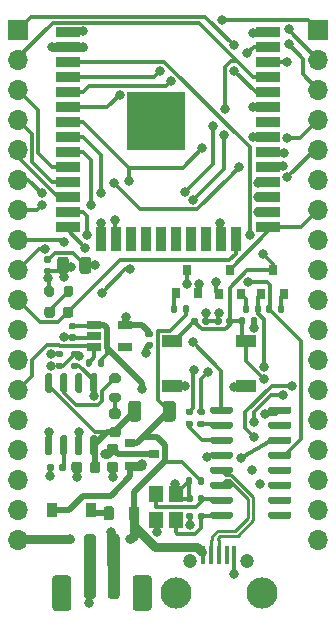
<source format=gbr>
%TF.GenerationSoftware,KiCad,Pcbnew,(5.1.7-0-10_14)*%
%TF.CreationDate,2020-11-01T22:18:58+09:00*%
%TF.ProjectId,esp32-dev,65737033-322d-4646-9576-2e6b69636164,rev?*%
%TF.SameCoordinates,Original*%
%TF.FileFunction,Copper,L1,Top*%
%TF.FilePolarity,Positive*%
%FSLAX46Y46*%
G04 Gerber Fmt 4.6, Leading zero omitted, Abs format (unit mm)*
G04 Created by KiCad (PCBNEW (5.1.7-0-10_14)) date 2020-11-01 22:18:58*
%MOMM*%
%LPD*%
G01*
G04 APERTURE LIST*
%TA.AperFunction,SMDPad,CuDef*%
%ADD10R,0.900000X1.200000*%
%TD*%
%TA.AperFunction,ComponentPad*%
%ADD11C,1.200000*%
%TD*%
%TA.AperFunction,ComponentPad*%
%ADD12C,2.640000*%
%TD*%
%TA.AperFunction,SMDPad,CuDef*%
%ADD13R,0.400000X1.600000*%
%TD*%
%TA.AperFunction,SMDPad,CuDef*%
%ADD14R,0.900000X0.800000*%
%TD*%
%TA.AperFunction,SMDPad,CuDef*%
%ADD15R,0.800000X0.900000*%
%TD*%
%TA.AperFunction,SMDPad,CuDef*%
%ADD16R,1.700000X1.000000*%
%TD*%
%TA.AperFunction,SMDPad,CuDef*%
%ADD17R,5.000000X5.000000*%
%TD*%
%TA.AperFunction,SMDPad,CuDef*%
%ADD18R,2.000000X0.900000*%
%TD*%
%TA.AperFunction,SMDPad,CuDef*%
%ADD19R,0.900000X2.000000*%
%TD*%
%TA.AperFunction,SMDPad,CuDef*%
%ADD20R,1.220000X0.650000*%
%TD*%
%TA.AperFunction,SMDPad,CuDef*%
%ADD21R,1.200000X1.400000*%
%TD*%
%TA.AperFunction,ComponentPad*%
%ADD22O,1.700000X1.700000*%
%TD*%
%TA.AperFunction,ComponentPad*%
%ADD23R,1.700000X1.700000*%
%TD*%
%TA.AperFunction,ViaPad*%
%ADD24C,0.800000*%
%TD*%
%TA.AperFunction,Conductor*%
%ADD25C,0.500000*%
%TD*%
%TA.AperFunction,Conductor*%
%ADD26C,0.300000*%
%TD*%
%TA.AperFunction,Conductor*%
%ADD27C,0.750000*%
%TD*%
%TA.AperFunction,Conductor*%
%ADD28C,0.261112*%
%TD*%
G04 APERTURE END LIST*
%TO.P,C1,2*%
%TO.N,GND*%
%TA.AperFunction,SMDPad,CuDef*%
G36*
G01*
X126425000Y-105850000D02*
X126425000Y-106350000D01*
G75*
G02*
X126200000Y-106575000I-225000J0D01*
G01*
X125750000Y-106575000D01*
G75*
G02*
X125525000Y-106350000I0J225000D01*
G01*
X125525000Y-105850000D01*
G75*
G02*
X125750000Y-105625000I225000J0D01*
G01*
X126200000Y-105625000D01*
G75*
G02*
X126425000Y-105850000I0J-225000D01*
G01*
G37*
%TD.AperFunction*%
%TO.P,C1,1*%
%TO.N,Net-(C1-Pad1)*%
%TA.AperFunction,SMDPad,CuDef*%
G36*
G01*
X127975000Y-105850000D02*
X127975000Y-106350000D01*
G75*
G02*
X127750000Y-106575000I-225000J0D01*
G01*
X127300000Y-106575000D01*
G75*
G02*
X127075000Y-106350000I0J225000D01*
G01*
X127075000Y-105850000D01*
G75*
G02*
X127300000Y-105625000I225000J0D01*
G01*
X127750000Y-105625000D01*
G75*
G02*
X127975000Y-105850000I0J-225000D01*
G01*
G37*
%TD.AperFunction*%
%TD*%
%TO.P,C2,1*%
%TO.N,Net-(C2-Pad1)*%
%TA.AperFunction,SMDPad,CuDef*%
G36*
G01*
X125430000Y-93870000D02*
X125770000Y-93870000D01*
G75*
G02*
X125910000Y-94010000I0J-140000D01*
G01*
X125910000Y-94290000D01*
G75*
G02*
X125770000Y-94430000I-140000J0D01*
G01*
X125430000Y-94430000D01*
G75*
G02*
X125290000Y-94290000I0J140000D01*
G01*
X125290000Y-94010000D01*
G75*
G02*
X125430000Y-93870000I140000J0D01*
G01*
G37*
%TD.AperFunction*%
%TO.P,C2,2*%
%TO.N,GND*%
%TA.AperFunction,SMDPad,CuDef*%
G36*
G01*
X125430000Y-94830000D02*
X125770000Y-94830000D01*
G75*
G02*
X125910000Y-94970000I0J-140000D01*
G01*
X125910000Y-95250000D01*
G75*
G02*
X125770000Y-95390000I-140000J0D01*
G01*
X125430000Y-95390000D01*
G75*
G02*
X125290000Y-95250000I0J140000D01*
G01*
X125290000Y-94970000D01*
G75*
G02*
X125430000Y-94830000I140000J0D01*
G01*
G37*
%TD.AperFunction*%
%TD*%
%TO.P,C3,2*%
%TO.N,GND*%
%TA.AperFunction,SMDPad,CuDef*%
G36*
G01*
X123330000Y-89200000D02*
X123670000Y-89200000D01*
G75*
G02*
X123810000Y-89340000I0J-140000D01*
G01*
X123810000Y-89620000D01*
G75*
G02*
X123670000Y-89760000I-140000J0D01*
G01*
X123330000Y-89760000D01*
G75*
G02*
X123190000Y-89620000I0J140000D01*
G01*
X123190000Y-89340000D01*
G75*
G02*
X123330000Y-89200000I140000J0D01*
G01*
G37*
%TD.AperFunction*%
%TO.P,C3,1*%
%TO.N,VDD*%
%TA.AperFunction,SMDPad,CuDef*%
G36*
G01*
X123330000Y-88240000D02*
X123670000Y-88240000D01*
G75*
G02*
X123810000Y-88380000I0J-140000D01*
G01*
X123810000Y-88660000D01*
G75*
G02*
X123670000Y-88800000I-140000J0D01*
G01*
X123330000Y-88800000D01*
G75*
G02*
X123190000Y-88660000I0J140000D01*
G01*
X123190000Y-88380000D01*
G75*
G02*
X123330000Y-88240000I140000J0D01*
G01*
G37*
%TD.AperFunction*%
%TD*%
%TO.P,C4,1*%
%TO.N,VDD*%
%TA.AperFunction,SMDPad,CuDef*%
G36*
G01*
X127200000Y-88525000D02*
X127200000Y-89475000D01*
G75*
G02*
X126950000Y-89725000I-250000J0D01*
G01*
X126450000Y-89725000D01*
G75*
G02*
X126200000Y-89475000I0J250000D01*
G01*
X126200000Y-88525000D01*
G75*
G02*
X126450000Y-88275000I250000J0D01*
G01*
X126950000Y-88275000D01*
G75*
G02*
X127200000Y-88525000I0J-250000D01*
G01*
G37*
%TD.AperFunction*%
%TO.P,C4,2*%
%TO.N,GND*%
%TA.AperFunction,SMDPad,CuDef*%
G36*
G01*
X125300000Y-88525000D02*
X125300000Y-89475000D01*
G75*
G02*
X125050000Y-89725000I-250000J0D01*
G01*
X124550000Y-89725000D01*
G75*
G02*
X124300000Y-89475000I0J250000D01*
G01*
X124300000Y-88525000D01*
G75*
G02*
X124550000Y-88275000I250000J0D01*
G01*
X125050000Y-88275000D01*
G75*
G02*
X125300000Y-88525000I0J-250000D01*
G01*
G37*
%TD.AperFunction*%
%TD*%
%TO.P,C5,1*%
%TO.N,+BATT*%
%TA.AperFunction,SMDPad,CuDef*%
G36*
G01*
X128750000Y-104100000D02*
X129250000Y-104100000D01*
G75*
G02*
X129475000Y-104325000I0J-225000D01*
G01*
X129475000Y-104775000D01*
G75*
G02*
X129250000Y-105000000I-225000J0D01*
G01*
X128750000Y-105000000D01*
G75*
G02*
X128525000Y-104775000I0J225000D01*
G01*
X128525000Y-104325000D01*
G75*
G02*
X128750000Y-104100000I225000J0D01*
G01*
G37*
%TD.AperFunction*%
%TO.P,C5,2*%
%TO.N,GND*%
%TA.AperFunction,SMDPad,CuDef*%
G36*
G01*
X128750000Y-105650000D02*
X129250000Y-105650000D01*
G75*
G02*
X129475000Y-105875000I0J-225000D01*
G01*
X129475000Y-106325000D01*
G75*
G02*
X129250000Y-106550000I-225000J0D01*
G01*
X128750000Y-106550000D01*
G75*
G02*
X128525000Y-106325000I0J225000D01*
G01*
X128525000Y-105875000D01*
G75*
G02*
X128750000Y-105650000I225000J0D01*
G01*
G37*
%TD.AperFunction*%
%TD*%
%TO.P,C6,1*%
%TO.N,VDD*%
%TA.AperFunction,SMDPad,CuDef*%
G36*
G01*
X131930000Y-94540000D02*
X132270000Y-94540000D01*
G75*
G02*
X132410000Y-94680000I0J-140000D01*
G01*
X132410000Y-94960000D01*
G75*
G02*
X132270000Y-95100000I-140000J0D01*
G01*
X131930000Y-95100000D01*
G75*
G02*
X131790000Y-94960000I0J140000D01*
G01*
X131790000Y-94680000D01*
G75*
G02*
X131930000Y-94540000I140000J0D01*
G01*
G37*
%TD.AperFunction*%
%TO.P,C6,2*%
%TO.N,GND*%
%TA.AperFunction,SMDPad,CuDef*%
G36*
G01*
X131930000Y-95500000D02*
X132270000Y-95500000D01*
G75*
G02*
X132410000Y-95640000I0J-140000D01*
G01*
X132410000Y-95920000D01*
G75*
G02*
X132270000Y-96060000I-140000J0D01*
G01*
X131930000Y-96060000D01*
G75*
G02*
X131790000Y-95920000I0J140000D01*
G01*
X131790000Y-95640000D01*
G75*
G02*
X131930000Y-95500000I140000J0D01*
G01*
G37*
%TD.AperFunction*%
%TD*%
%TO.P,C7,2*%
%TO.N,GND*%
%TA.AperFunction,SMDPad,CuDef*%
G36*
G01*
X138230000Y-93556000D02*
X138230000Y-93896000D01*
G75*
G02*
X138090000Y-94036000I-140000J0D01*
G01*
X137810000Y-94036000D01*
G75*
G02*
X137670000Y-93896000I0J140000D01*
G01*
X137670000Y-93556000D01*
G75*
G02*
X137810000Y-93416000I140000J0D01*
G01*
X138090000Y-93416000D01*
G75*
G02*
X138230000Y-93556000I0J-140000D01*
G01*
G37*
%TD.AperFunction*%
%TO.P,C7,1*%
%TO.N,RESET*%
%TA.AperFunction,SMDPad,CuDef*%
G36*
G01*
X139190000Y-93556000D02*
X139190000Y-93896000D01*
G75*
G02*
X139050000Y-94036000I-140000J0D01*
G01*
X138770000Y-94036000D01*
G75*
G02*
X138630000Y-93896000I0J140000D01*
G01*
X138630000Y-93556000D01*
G75*
G02*
X138770000Y-93416000I140000J0D01*
G01*
X139050000Y-93416000D01*
G75*
G02*
X139190000Y-93556000I0J-140000D01*
G01*
G37*
%TD.AperFunction*%
%TD*%
%TO.P,C8,1*%
%TO.N,GND*%
%TA.AperFunction,SMDPad,CuDef*%
G36*
G01*
X137158000Y-93556000D02*
X137158000Y-93896000D01*
G75*
G02*
X137018000Y-94036000I-140000J0D01*
G01*
X136738000Y-94036000D01*
G75*
G02*
X136598000Y-93896000I0J140000D01*
G01*
X136598000Y-93556000D01*
G75*
G02*
X136738000Y-93416000I140000J0D01*
G01*
X137018000Y-93416000D01*
G75*
G02*
X137158000Y-93556000I0J-140000D01*
G01*
G37*
%TD.AperFunction*%
%TO.P,C8,2*%
%TO.N,RESET*%
%TA.AperFunction,SMDPad,CuDef*%
G36*
G01*
X136198000Y-93556000D02*
X136198000Y-93896000D01*
G75*
G02*
X136058000Y-94036000I-140000J0D01*
G01*
X135778000Y-94036000D01*
G75*
G02*
X135638000Y-93896000I0J140000D01*
G01*
X135638000Y-93556000D01*
G75*
G02*
X135778000Y-93416000I140000J0D01*
G01*
X136058000Y-93416000D01*
G75*
G02*
X136198000Y-93556000I0J-140000D01*
G01*
G37*
%TD.AperFunction*%
%TD*%
%TO.P,C9,1*%
%TO.N,Net-(C9-Pad1)*%
%TA.AperFunction,SMDPad,CuDef*%
G36*
G01*
X136780000Y-108580000D02*
X136780000Y-108920000D01*
G75*
G02*
X136640000Y-109060000I-140000J0D01*
G01*
X136360000Y-109060000D01*
G75*
G02*
X136220000Y-108920000I0J140000D01*
G01*
X136220000Y-108580000D01*
G75*
G02*
X136360000Y-108440000I140000J0D01*
G01*
X136640000Y-108440000D01*
G75*
G02*
X136780000Y-108580000I0J-140000D01*
G01*
G37*
%TD.AperFunction*%
%TO.P,C9,2*%
%TO.N,GND*%
%TA.AperFunction,SMDPad,CuDef*%
G36*
G01*
X135820000Y-108580000D02*
X135820000Y-108920000D01*
G75*
G02*
X135680000Y-109060000I-140000J0D01*
G01*
X135400000Y-109060000D01*
G75*
G02*
X135260000Y-108920000I0J140000D01*
G01*
X135260000Y-108580000D01*
G75*
G02*
X135400000Y-108440000I140000J0D01*
G01*
X135680000Y-108440000D01*
G75*
G02*
X135820000Y-108580000I0J-140000D01*
G01*
G37*
%TD.AperFunction*%
%TD*%
%TO.P,C10,2*%
%TO.N,GND*%
%TA.AperFunction,SMDPad,CuDef*%
G36*
G01*
X135820000Y-110080000D02*
X135820000Y-110420000D01*
G75*
G02*
X135680000Y-110560000I-140000J0D01*
G01*
X135400000Y-110560000D01*
G75*
G02*
X135260000Y-110420000I0J140000D01*
G01*
X135260000Y-110080000D01*
G75*
G02*
X135400000Y-109940000I140000J0D01*
G01*
X135680000Y-109940000D01*
G75*
G02*
X135820000Y-110080000I0J-140000D01*
G01*
G37*
%TD.AperFunction*%
%TO.P,C10,1*%
%TO.N,Net-(C10-Pad1)*%
%TA.AperFunction,SMDPad,CuDef*%
G36*
G01*
X136780000Y-110080000D02*
X136780000Y-110420000D01*
G75*
G02*
X136640000Y-110560000I-140000J0D01*
G01*
X136360000Y-110560000D01*
G75*
G02*
X136220000Y-110420000I0J140000D01*
G01*
X136220000Y-110080000D01*
G75*
G02*
X136360000Y-109940000I140000J0D01*
G01*
X136640000Y-109940000D01*
G75*
G02*
X136780000Y-110080000I0J-140000D01*
G01*
G37*
%TD.AperFunction*%
%TD*%
D10*
%TO.P,D1,1*%
%TO.N,Net-(C2-Pad1)*%
X123850000Y-109750000D03*
%TO.P,D1,2*%
%TO.N,Net-(D1-Pad2)*%
X127150000Y-109750000D03*
%TD*%
%TO.P,D2,2*%
%TO.N,Net-(C1-Pad1)*%
%TA.AperFunction,SMDPad,CuDef*%
G36*
G01*
X128943750Y-102687500D02*
X129456250Y-102687500D01*
G75*
G02*
X129675000Y-102906250I0J-218750D01*
G01*
X129675000Y-103343750D01*
G75*
G02*
X129456250Y-103562500I-218750J0D01*
G01*
X128943750Y-103562500D01*
G75*
G02*
X128725000Y-103343750I0J218750D01*
G01*
X128725000Y-102906250D01*
G75*
G02*
X128943750Y-102687500I218750J0D01*
G01*
G37*
%TD.AperFunction*%
%TO.P,D2,1*%
%TO.N,Net-(D2-Pad1)*%
%TA.AperFunction,SMDPad,CuDef*%
G36*
G01*
X128943750Y-101112500D02*
X129456250Y-101112500D01*
G75*
G02*
X129675000Y-101331250I0J-218750D01*
G01*
X129675000Y-101768750D01*
G75*
G02*
X129456250Y-101987500I-218750J0D01*
G01*
X128943750Y-101987500D01*
G75*
G02*
X128725000Y-101768750I0J218750D01*
G01*
X128725000Y-101331250D01*
G75*
G02*
X128943750Y-101112500I218750J0D01*
G01*
G37*
%TD.AperFunction*%
%TD*%
%TO.P,D3,2*%
%TO.N,IO2*%
%TA.AperFunction,SMDPad,CuDef*%
G36*
G01*
X124810000Y-93220250D02*
X124810000Y-92707750D01*
G75*
G02*
X125028750Y-92489000I218750J0D01*
G01*
X125466250Y-92489000D01*
G75*
G02*
X125685000Y-92707750I0J-218750D01*
G01*
X125685000Y-93220250D01*
G75*
G02*
X125466250Y-93439000I-218750J0D01*
G01*
X125028750Y-93439000D01*
G75*
G02*
X124810000Y-93220250I0J218750D01*
G01*
G37*
%TD.AperFunction*%
%TO.P,D3,1*%
%TO.N,Net-(D3-Pad1)*%
%TA.AperFunction,SMDPad,CuDef*%
G36*
G01*
X123235000Y-93220250D02*
X123235000Y-92707750D01*
G75*
G02*
X123453750Y-92489000I218750J0D01*
G01*
X123891250Y-92489000D01*
G75*
G02*
X124110000Y-92707750I0J-218750D01*
G01*
X124110000Y-93220250D01*
G75*
G02*
X123891250Y-93439000I-218750J0D01*
G01*
X123453750Y-93439000D01*
G75*
G02*
X123235000Y-93220250I0J218750D01*
G01*
G37*
%TD.AperFunction*%
%TD*%
%TO.P,FB1,1*%
%TO.N,Net-(D1-Pad2)*%
%TA.AperFunction,SMDPad,CuDef*%
G36*
G01*
X128250000Y-110381250D02*
X128250000Y-109618750D01*
G75*
G02*
X128468750Y-109400000I218750J0D01*
G01*
X128906250Y-109400000D01*
G75*
G02*
X129125000Y-109618750I0J-218750D01*
G01*
X129125000Y-110381250D01*
G75*
G02*
X128906250Y-110600000I-218750J0D01*
G01*
X128468750Y-110600000D01*
G75*
G02*
X128250000Y-110381250I0J218750D01*
G01*
G37*
%TD.AperFunction*%
%TO.P,FB1,2*%
%TO.N,VBUS*%
%TA.AperFunction,SMDPad,CuDef*%
G36*
G01*
X130375000Y-110381250D02*
X130375000Y-109618750D01*
G75*
G02*
X130593750Y-109400000I218750J0D01*
G01*
X131031250Y-109400000D01*
G75*
G02*
X131250000Y-109618750I0J-218750D01*
G01*
X131250000Y-110381250D01*
G75*
G02*
X131031250Y-110600000I-218750J0D01*
G01*
X130593750Y-110600000D01*
G75*
G02*
X130375000Y-110381250I0J218750D01*
G01*
G37*
%TD.AperFunction*%
%TD*%
%TO.P,J1,MP*%
%TO.N,N/C*%
%TA.AperFunction,SMDPad,CuDef*%
G36*
G01*
X125500000Y-115500000D02*
X125500000Y-118000000D01*
G75*
G02*
X125250000Y-118250000I-250000J0D01*
G01*
X124150000Y-118250000D01*
G75*
G02*
X123900000Y-118000000I0J250000D01*
G01*
X123900000Y-115500000D01*
G75*
G02*
X124150000Y-115250000I250000J0D01*
G01*
X125250000Y-115250000D01*
G75*
G02*
X125500000Y-115500000I0J-250000D01*
G01*
G37*
%TD.AperFunction*%
%TA.AperFunction,SMDPad,CuDef*%
G36*
G01*
X132300000Y-115500000D02*
X132300000Y-118000000D01*
G75*
G02*
X132050000Y-118250000I-250000J0D01*
G01*
X130950000Y-118250000D01*
G75*
G02*
X130700000Y-118000000I0J250000D01*
G01*
X130700000Y-115500000D01*
G75*
G02*
X130950000Y-115250000I250000J0D01*
G01*
X132050000Y-115250000D01*
G75*
G02*
X132300000Y-115500000I0J-250000D01*
G01*
G37*
%TD.AperFunction*%
%TO.P,J1,2*%
%TO.N,GND*%
%TA.AperFunction,SMDPad,CuDef*%
G36*
G01*
X127600000Y-112000000D02*
X127600000Y-117000000D01*
G75*
G02*
X127350000Y-117250000I-250000J0D01*
G01*
X126850000Y-117250000D01*
G75*
G02*
X126600000Y-117000000I0J250000D01*
G01*
X126600000Y-112000000D01*
G75*
G02*
X126850000Y-111750000I250000J0D01*
G01*
X127350000Y-111750000D01*
G75*
G02*
X127600000Y-112000000I0J-250000D01*
G01*
G37*
%TD.AperFunction*%
%TO.P,J1,1*%
%TO.N,+BATT*%
%TA.AperFunction,SMDPad,CuDef*%
G36*
G01*
X129600000Y-112000000D02*
X129600000Y-117000000D01*
G75*
G02*
X129350000Y-117250000I-250000J0D01*
G01*
X128850000Y-117250000D01*
G75*
G02*
X128600000Y-117000000I0J250000D01*
G01*
X128600000Y-112000000D01*
G75*
G02*
X128850000Y-111750000I250000J0D01*
G01*
X129350000Y-111750000D01*
G75*
G02*
X129600000Y-112000000I0J-250000D01*
G01*
G37*
%TD.AperFunction*%
%TD*%
D11*
%TO.P,J2,MH4*%
%TO.N,N/C*%
X135575000Y-114020000D03*
%TO.P,J2,MH3*%
X140425000Y-114020000D03*
D12*
%TO.P,J2,MH2*%
X134375000Y-116700000D03*
%TO.P,J2,MH1*%
X141625000Y-116700000D03*
D13*
%TO.P,J2,5*%
%TO.N,GND*%
X139300000Y-113500000D03*
%TO.P,J2,4*%
%TO.N,Net-(J2-Pad4)*%
X138650000Y-113500000D03*
%TO.P,J2,3*%
%TO.N,UD+*%
X138000000Y-113500000D03*
%TO.P,J2,2*%
%TO.N,UD-*%
X137350000Y-113500000D03*
%TO.P,J2,1*%
%TO.N,VBUS*%
X136700000Y-113500000D03*
%TD*%
D14*
%TO.P,Q1,1*%
%TO.N,VBUS*%
X130500000Y-104050000D03*
%TO.P,Q1,2*%
%TO.N,Net-(C2-Pad1)*%
X130500000Y-105950000D03*
%TO.P,Q1,3*%
%TO.N,+BATT*%
X132500000Y-105000000D03*
%TD*%
D15*
%TO.P,Q4,3*%
%TO.N,CH340GND*%
X135300000Y-89375000D03*
%TO.P,Q4,2*%
%TO.N,GND*%
X136250000Y-91375000D03*
%TO.P,Q4,1*%
%TO.N,Net-(Q4-Pad1)*%
X134350000Y-91375000D03*
%TD*%
%TO.P,R1,2*%
%TO.N,GND*%
%TA.AperFunction,SMDPad,CuDef*%
G36*
G01*
X135760000Y-107065000D02*
X135760000Y-107435000D01*
G75*
G02*
X135625000Y-107570000I-135000J0D01*
G01*
X135355000Y-107570000D01*
G75*
G02*
X135220000Y-107435000I0J135000D01*
G01*
X135220000Y-107065000D01*
G75*
G02*
X135355000Y-106930000I135000J0D01*
G01*
X135625000Y-106930000D01*
G75*
G02*
X135760000Y-107065000I0J-135000D01*
G01*
G37*
%TD.AperFunction*%
%TO.P,R1,1*%
%TO.N,VBUS*%
%TA.AperFunction,SMDPad,CuDef*%
G36*
G01*
X136780000Y-107065000D02*
X136780000Y-107435000D01*
G75*
G02*
X136645000Y-107570000I-135000J0D01*
G01*
X136375000Y-107570000D01*
G75*
G02*
X136240000Y-107435000I0J135000D01*
G01*
X136240000Y-107065000D01*
G75*
G02*
X136375000Y-106930000I135000J0D01*
G01*
X136645000Y-106930000D01*
G75*
G02*
X136780000Y-107065000I0J-135000D01*
G01*
G37*
%TD.AperFunction*%
%TD*%
%TO.P,R2,2*%
%TO.N,VBUS*%
%TA.AperFunction,SMDPad,CuDef*%
G36*
G01*
X133234000Y-101971001D02*
X133234000Y-100720999D01*
G75*
G02*
X133483999Y-100471000I249999J0D01*
G01*
X134109001Y-100471000D01*
G75*
G02*
X134359000Y-100720999I0J-249999D01*
G01*
X134359000Y-101971001D01*
G75*
G02*
X134109001Y-102221000I-249999J0D01*
G01*
X133483999Y-102221000D01*
G75*
G02*
X133234000Y-101971001I0J249999D01*
G01*
G37*
%TD.AperFunction*%
%TO.P,R2,1*%
%TO.N,Net-(C1-Pad1)*%
%TA.AperFunction,SMDPad,CuDef*%
G36*
G01*
X130309000Y-101971001D02*
X130309000Y-100720999D01*
G75*
G02*
X130558999Y-100471000I249999J0D01*
G01*
X131184001Y-100471000D01*
G75*
G02*
X131434000Y-100720999I0J-249999D01*
G01*
X131434000Y-101971001D01*
G75*
G02*
X131184001Y-102221000I-249999J0D01*
G01*
X130558999Y-102221000D01*
G75*
G02*
X130309000Y-101971001I0J249999D01*
G01*
G37*
%TD.AperFunction*%
%TD*%
%TO.P,R3,1*%
%TO.N,Net-(C2-Pad1)*%
%TA.AperFunction,SMDPad,CuDef*%
G36*
G01*
X128280000Y-97065000D02*
X128280000Y-97435000D01*
G75*
G02*
X128145000Y-97570000I-135000J0D01*
G01*
X127875000Y-97570000D01*
G75*
G02*
X127740000Y-97435000I0J135000D01*
G01*
X127740000Y-97065000D01*
G75*
G02*
X127875000Y-96930000I135000J0D01*
G01*
X128145000Y-96930000D01*
G75*
G02*
X128280000Y-97065000I0J-135000D01*
G01*
G37*
%TD.AperFunction*%
%TO.P,R3,2*%
%TO.N,EN*%
%TA.AperFunction,SMDPad,CuDef*%
G36*
G01*
X127260000Y-97065000D02*
X127260000Y-97435000D01*
G75*
G02*
X127125000Y-97570000I-135000J0D01*
G01*
X126855000Y-97570000D01*
G75*
G02*
X126720000Y-97435000I0J135000D01*
G01*
X126720000Y-97065000D01*
G75*
G02*
X126855000Y-96930000I135000J0D01*
G01*
X127125000Y-96930000D01*
G75*
G02*
X127260000Y-97065000I0J-135000D01*
G01*
G37*
%TD.AperFunction*%
%TD*%
%TO.P,R4,1*%
%TO.N,Net-(R4-Pad1)*%
%TA.AperFunction,SMDPad,CuDef*%
G36*
G01*
X128925000Y-98150000D02*
X129475000Y-98150000D01*
G75*
G02*
X129675000Y-98350000I0J-200000D01*
G01*
X129675000Y-98750000D01*
G75*
G02*
X129475000Y-98950000I-200000J0D01*
G01*
X128925000Y-98950000D01*
G75*
G02*
X128725000Y-98750000I0J200000D01*
G01*
X128725000Y-98350000D01*
G75*
G02*
X128925000Y-98150000I200000J0D01*
G01*
G37*
%TD.AperFunction*%
%TO.P,R4,2*%
%TO.N,Net-(D2-Pad1)*%
%TA.AperFunction,SMDPad,CuDef*%
G36*
G01*
X128925000Y-99800000D02*
X129475000Y-99800000D01*
G75*
G02*
X129675000Y-100000000I0J-200000D01*
G01*
X129675000Y-100400000D01*
G75*
G02*
X129475000Y-100600000I-200000J0D01*
G01*
X128925000Y-100600000D01*
G75*
G02*
X128725000Y-100400000I0J200000D01*
G01*
X128725000Y-100000000D01*
G75*
G02*
X128925000Y-99800000I200000J0D01*
G01*
G37*
%TD.AperFunction*%
%TD*%
%TO.P,R5,2*%
%TO.N,I35*%
%TA.AperFunction,SMDPad,CuDef*%
G36*
G01*
X125985000Y-96760000D02*
X125615000Y-96760000D01*
G75*
G02*
X125480000Y-96625000I0J135000D01*
G01*
X125480000Y-96355000D01*
G75*
G02*
X125615000Y-96220000I135000J0D01*
G01*
X125985000Y-96220000D01*
G75*
G02*
X126120000Y-96355000I0J-135000D01*
G01*
X126120000Y-96625000D01*
G75*
G02*
X125985000Y-96760000I-135000J0D01*
G01*
G37*
%TD.AperFunction*%
%TO.P,R5,1*%
%TO.N,+BATT*%
%TA.AperFunction,SMDPad,CuDef*%
G36*
G01*
X125985000Y-97780000D02*
X125615000Y-97780000D01*
G75*
G02*
X125480000Y-97645000I0J135000D01*
G01*
X125480000Y-97375000D01*
G75*
G02*
X125615000Y-97240000I135000J0D01*
G01*
X125985000Y-97240000D01*
G75*
G02*
X126120000Y-97375000I0J-135000D01*
G01*
X126120000Y-97645000D01*
G75*
G02*
X125985000Y-97780000I-135000J0D01*
G01*
G37*
%TD.AperFunction*%
%TD*%
%TO.P,R6,2*%
%TO.N,GND*%
%TA.AperFunction,SMDPad,CuDef*%
G36*
G01*
X124685000Y-96760000D02*
X124315000Y-96760000D01*
G75*
G02*
X124180000Y-96625000I0J135000D01*
G01*
X124180000Y-96355000D01*
G75*
G02*
X124315000Y-96220000I135000J0D01*
G01*
X124685000Y-96220000D01*
G75*
G02*
X124820000Y-96355000I0J-135000D01*
G01*
X124820000Y-96625000D01*
G75*
G02*
X124685000Y-96760000I-135000J0D01*
G01*
G37*
%TD.AperFunction*%
%TO.P,R6,1*%
%TO.N,I35*%
%TA.AperFunction,SMDPad,CuDef*%
G36*
G01*
X124685000Y-97780000D02*
X124315000Y-97780000D01*
G75*
G02*
X124180000Y-97645000I0J135000D01*
G01*
X124180000Y-97375000D01*
G75*
G02*
X124315000Y-97240000I135000J0D01*
G01*
X124685000Y-97240000D01*
G75*
G02*
X124820000Y-97375000I0J-135000D01*
G01*
X124820000Y-97645000D01*
G75*
G02*
X124685000Y-97780000I-135000J0D01*
G01*
G37*
%TD.AperFunction*%
%TD*%
%TO.P,R7,1*%
%TO.N,Net-(Q2-Pad2)*%
%TA.AperFunction,SMDPad,CuDef*%
G36*
G01*
X140050000Y-92885000D02*
X140050000Y-92515000D01*
G75*
G02*
X140185000Y-92380000I135000J0D01*
G01*
X140455000Y-92380000D01*
G75*
G02*
X140590000Y-92515000I0J-135000D01*
G01*
X140590000Y-92885000D01*
G75*
G02*
X140455000Y-93020000I-135000J0D01*
G01*
X140185000Y-93020000D01*
G75*
G02*
X140050000Y-92885000I0J135000D01*
G01*
G37*
%TD.AperFunction*%
%TO.P,R7,2*%
%TO.N,RTS*%
%TA.AperFunction,SMDPad,CuDef*%
G36*
G01*
X141070000Y-92885000D02*
X141070000Y-92515000D01*
G75*
G02*
X141205000Y-92380000I135000J0D01*
G01*
X141475000Y-92380000D01*
G75*
G02*
X141610000Y-92515000I0J-135000D01*
G01*
X141610000Y-92885000D01*
G75*
G02*
X141475000Y-93020000I-135000J0D01*
G01*
X141205000Y-93020000D01*
G75*
G02*
X141070000Y-92885000I0J135000D01*
G01*
G37*
%TD.AperFunction*%
%TD*%
%TO.P,R8,1*%
%TO.N,Net-(Q3-Pad2)*%
%TA.AperFunction,SMDPad,CuDef*%
G36*
G01*
X143526000Y-92525000D02*
X143526000Y-92895000D01*
G75*
G02*
X143391000Y-93030000I-135000J0D01*
G01*
X143121000Y-93030000D01*
G75*
G02*
X142986000Y-92895000I0J135000D01*
G01*
X142986000Y-92525000D01*
G75*
G02*
X143121000Y-92390000I135000J0D01*
G01*
X143391000Y-92390000D01*
G75*
G02*
X143526000Y-92525000I0J-135000D01*
G01*
G37*
%TD.AperFunction*%
%TO.P,R8,2*%
%TO.N,DTR*%
%TA.AperFunction,SMDPad,CuDef*%
G36*
G01*
X142506000Y-92525000D02*
X142506000Y-92895000D01*
G75*
G02*
X142371000Y-93030000I-135000J0D01*
G01*
X142101000Y-93030000D01*
G75*
G02*
X141966000Y-92895000I0J135000D01*
G01*
X141966000Y-92525000D01*
G75*
G02*
X142101000Y-92390000I135000J0D01*
G01*
X142371000Y-92390000D01*
G75*
G02*
X142506000Y-92525000I0J-135000D01*
G01*
G37*
%TD.AperFunction*%
%TD*%
%TO.P,R9,2*%
%TO.N,Net-(R9-Pad2)*%
%TA.AperFunction,SMDPad,CuDef*%
G36*
G01*
X124490000Y-106285000D02*
X124490000Y-105915000D01*
G75*
G02*
X124625000Y-105780000I135000J0D01*
G01*
X124895000Y-105780000D01*
G75*
G02*
X125030000Y-105915000I0J-135000D01*
G01*
X125030000Y-106285000D01*
G75*
G02*
X124895000Y-106420000I-135000J0D01*
G01*
X124625000Y-106420000D01*
G75*
G02*
X124490000Y-106285000I0J135000D01*
G01*
G37*
%TD.AperFunction*%
%TO.P,R9,1*%
%TO.N,GND*%
%TA.AperFunction,SMDPad,CuDef*%
G36*
G01*
X123470000Y-106285000D02*
X123470000Y-105915000D01*
G75*
G02*
X123605000Y-105780000I135000J0D01*
G01*
X123875000Y-105780000D01*
G75*
G02*
X124010000Y-105915000I0J-135000D01*
G01*
X124010000Y-106285000D01*
G75*
G02*
X123875000Y-106420000I-135000J0D01*
G01*
X123605000Y-106420000D01*
G75*
G02*
X123470000Y-106285000I0J135000D01*
G01*
G37*
%TD.AperFunction*%
%TD*%
%TO.P,R10,2*%
%TO.N,RESET*%
%TA.AperFunction,SMDPad,CuDef*%
G36*
G01*
X140222000Y-93541000D02*
X140222000Y-93911000D01*
G75*
G02*
X140087000Y-94046000I-135000J0D01*
G01*
X139817000Y-94046000D01*
G75*
G02*
X139682000Y-93911000I0J135000D01*
G01*
X139682000Y-93541000D01*
G75*
G02*
X139817000Y-93406000I135000J0D01*
G01*
X140087000Y-93406000D01*
G75*
G02*
X140222000Y-93541000I0J-135000D01*
G01*
G37*
%TD.AperFunction*%
%TO.P,R10,1*%
%TO.N,VDD*%
%TA.AperFunction,SMDPad,CuDef*%
G36*
G01*
X141242000Y-93541000D02*
X141242000Y-93911000D01*
G75*
G02*
X141107000Y-94046000I-135000J0D01*
G01*
X140837000Y-94046000D01*
G75*
G02*
X140702000Y-93911000I0J135000D01*
G01*
X140702000Y-93541000D01*
G75*
G02*
X140837000Y-93406000I135000J0D01*
G01*
X141107000Y-93406000D01*
G75*
G02*
X141242000Y-93541000I0J-135000D01*
G01*
G37*
%TD.AperFunction*%
%TD*%
%TO.P,R11,1*%
%TO.N,GND*%
%TA.AperFunction,SMDPad,CuDef*%
G36*
G01*
X123235000Y-91461000D02*
X123235000Y-90911000D01*
G75*
G02*
X123435000Y-90711000I200000J0D01*
G01*
X123835000Y-90711000D01*
G75*
G02*
X124035000Y-90911000I0J-200000D01*
G01*
X124035000Y-91461000D01*
G75*
G02*
X123835000Y-91661000I-200000J0D01*
G01*
X123435000Y-91661000D01*
G75*
G02*
X123235000Y-91461000I0J200000D01*
G01*
G37*
%TD.AperFunction*%
%TO.P,R11,2*%
%TO.N,Net-(D3-Pad1)*%
%TA.AperFunction,SMDPad,CuDef*%
G36*
G01*
X124885000Y-91461000D02*
X124885000Y-90911000D01*
G75*
G02*
X125085000Y-90711000I200000J0D01*
G01*
X125485000Y-90711000D01*
G75*
G02*
X125685000Y-90911000I0J-200000D01*
G01*
X125685000Y-91461000D01*
G75*
G02*
X125485000Y-91661000I-200000J0D01*
G01*
X125085000Y-91661000D01*
G75*
G02*
X124885000Y-91461000I0J200000D01*
G01*
G37*
%TD.AperFunction*%
%TD*%
%TO.P,R12,2*%
%TO.N,TXD0*%
%TA.AperFunction,SMDPad,CuDef*%
G36*
G01*
X136685000Y-101660000D02*
X136315000Y-101660000D01*
G75*
G02*
X136180000Y-101525000I0J135000D01*
G01*
X136180000Y-101255000D01*
G75*
G02*
X136315000Y-101120000I135000J0D01*
G01*
X136685000Y-101120000D01*
G75*
G02*
X136820000Y-101255000I0J-135000D01*
G01*
X136820000Y-101525000D01*
G75*
G02*
X136685000Y-101660000I-135000J0D01*
G01*
G37*
%TD.AperFunction*%
%TO.P,R12,1*%
%TO.N,Net-(R12-Pad1)*%
%TA.AperFunction,SMDPad,CuDef*%
G36*
G01*
X136685000Y-102680000D02*
X136315000Y-102680000D01*
G75*
G02*
X136180000Y-102545000I0J135000D01*
G01*
X136180000Y-102275000D01*
G75*
G02*
X136315000Y-102140000I135000J0D01*
G01*
X136685000Y-102140000D01*
G75*
G02*
X136820000Y-102275000I0J-135000D01*
G01*
X136820000Y-102545000D01*
G75*
G02*
X136685000Y-102680000I-135000J0D01*
G01*
G37*
%TD.AperFunction*%
%TD*%
%TO.P,R13,1*%
%TO.N,RXD0*%
%TA.AperFunction,SMDPad,CuDef*%
G36*
G01*
X135315000Y-101120000D02*
X135685000Y-101120000D01*
G75*
G02*
X135820000Y-101255000I0J-135000D01*
G01*
X135820000Y-101525000D01*
G75*
G02*
X135685000Y-101660000I-135000J0D01*
G01*
X135315000Y-101660000D01*
G75*
G02*
X135180000Y-101525000I0J135000D01*
G01*
X135180000Y-101255000D01*
G75*
G02*
X135315000Y-101120000I135000J0D01*
G01*
G37*
%TD.AperFunction*%
%TO.P,R13,2*%
%TO.N,Net-(R13-Pad2)*%
%TA.AperFunction,SMDPad,CuDef*%
G36*
G01*
X135315000Y-102140000D02*
X135685000Y-102140000D01*
G75*
G02*
X135820000Y-102275000I0J-135000D01*
G01*
X135820000Y-102545000D01*
G75*
G02*
X135685000Y-102680000I-135000J0D01*
G01*
X135315000Y-102680000D01*
G75*
G02*
X135180000Y-102545000I0J135000D01*
G01*
X135180000Y-102275000D01*
G75*
G02*
X135315000Y-102140000I135000J0D01*
G01*
G37*
%TD.AperFunction*%
%TD*%
%TO.P,R14,1*%
%TO.N,Net-(Q4-Pad1)*%
%TA.AperFunction,SMDPad,CuDef*%
G36*
G01*
X133935000Y-92860000D02*
X133935000Y-92490000D01*
G75*
G02*
X134070000Y-92355000I135000J0D01*
G01*
X134340000Y-92355000D01*
G75*
G02*
X134475000Y-92490000I0J-135000D01*
G01*
X134475000Y-92860000D01*
G75*
G02*
X134340000Y-92995000I-135000J0D01*
G01*
X134070000Y-92995000D01*
G75*
G02*
X133935000Y-92860000I0J135000D01*
G01*
G37*
%TD.AperFunction*%
%TO.P,R14,2*%
%TO.N,VBUS*%
%TA.AperFunction,SMDPad,CuDef*%
G36*
G01*
X134955000Y-92860000D02*
X134955000Y-92490000D01*
G75*
G02*
X135090000Y-92355000I135000J0D01*
G01*
X135360000Y-92355000D01*
G75*
G02*
X135495000Y-92490000I0J-135000D01*
G01*
X135495000Y-92860000D01*
G75*
G02*
X135360000Y-92995000I-135000J0D01*
G01*
X135090000Y-92995000D01*
G75*
G02*
X134955000Y-92860000I0J135000D01*
G01*
G37*
%TD.AperFunction*%
%TD*%
D16*
%TO.P,SW1,1*%
%TO.N,GND*%
X140310000Y-99182000D03*
X134010000Y-99182000D03*
%TO.P,SW1,2*%
%TO.N,RESET*%
X140310000Y-95382000D03*
X134010000Y-95382000D03*
%TD*%
D17*
%TO.P,U1,39*%
%TO.N,GND*%
X132700000Y-76745000D03*
D18*
%TO.P,U1,1*%
X125200000Y-69245000D03*
%TO.P,U1,2*%
%TO.N,VDD*%
X125200000Y-70515000D03*
%TO.P,U1,3*%
%TO.N,RESET*%
X125200000Y-71785000D03*
%TO.P,U1,4*%
%TO.N,I36*%
X125200000Y-73055000D03*
%TO.P,U1,5*%
%TO.N,I39*%
X125200000Y-74325000D03*
%TO.P,U1,6*%
%TO.N,I34*%
X125200000Y-75595000D03*
%TO.P,U1,7*%
%TO.N,I35*%
X125200000Y-76865000D03*
%TO.P,U1,8*%
%TO.N,IO32*%
X125200000Y-78135000D03*
%TO.P,U1,9*%
%TO.N,IO33*%
X125200000Y-79405000D03*
%TO.P,U1,10*%
%TO.N,IO25_DAC1*%
X125200000Y-80675000D03*
%TO.P,U1,11*%
%TO.N,IO26_DAC2*%
X125200000Y-81945000D03*
%TO.P,U1,12*%
%TO.N,IO27*%
X125200000Y-83215000D03*
%TO.P,U1,13*%
%TO.N,IO14*%
X125200000Y-84485000D03*
%TO.P,U1,14*%
%TO.N,IO12*%
X125200000Y-85755000D03*
D19*
%TO.P,U1,15*%
%TO.N,GND*%
X127985000Y-86755000D03*
%TO.P,U1,16*%
%TO.N,IO13*%
X129255000Y-86755000D03*
%TO.P,U1,17*%
%TO.N,Net-(U1-Pad17)*%
X130525000Y-86755000D03*
%TO.P,U1,18*%
%TO.N,Net-(U1-Pad18)*%
X131795000Y-86755000D03*
%TO.P,U1,19*%
%TO.N,Net-(U1-Pad19)*%
X133065000Y-86755000D03*
%TO.P,U1,20*%
%TO.N,Net-(U1-Pad20)*%
X134335000Y-86755000D03*
%TO.P,U1,21*%
%TO.N,Net-(U1-Pad21)*%
X135605000Y-86755000D03*
%TO.P,U1,22*%
%TO.N,Net-(U1-Pad22)*%
X136875000Y-86755000D03*
%TO.P,U1,23*%
%TO.N,IO15*%
X138145000Y-86755000D03*
%TO.P,U1,24*%
%TO.N,IO2*%
X139415000Y-86755000D03*
D18*
%TO.P,U1,25*%
%TO.N,GPIO0*%
X142200000Y-85755000D03*
%TO.P,U1,26*%
%TO.N,IO4*%
X142200000Y-84485000D03*
%TO.P,U1,27*%
%TO.N,IO16*%
X142200000Y-83215000D03*
%TO.P,U1,28*%
%TO.N,IO17*%
X142200000Y-81945000D03*
%TO.P,U1,29*%
%TO.N,IO5*%
X142200000Y-80675000D03*
%TO.P,U1,30*%
%TO.N,IO18*%
X142200000Y-79405000D03*
%TO.P,U1,31*%
%TO.N,IO19*%
X142200000Y-78135000D03*
%TO.P,U1,32*%
%TO.N,Net-(U1-Pad32)*%
X142200000Y-76865000D03*
%TO.P,U1,33*%
%TO.N,IO21*%
X142200000Y-75595000D03*
%TO.P,U1,34*%
%TO.N,RXD0*%
X142200000Y-74325000D03*
%TO.P,U1,35*%
%TO.N,TXD0*%
X142200000Y-73055000D03*
%TO.P,U1,36*%
%TO.N,IO22*%
X142200000Y-71785000D03*
%TO.P,U1,37*%
%TO.N,IO23*%
X142200000Y-70515000D03*
%TO.P,U1,38*%
%TO.N,GND*%
X142200000Y-69245000D03*
%TD*%
D20*
%TO.P,U2,1*%
%TO.N,Net-(C2-Pad1)*%
X127472000Y-94020000D03*
%TO.P,U2,2*%
%TO.N,GND*%
X127472000Y-94970000D03*
%TO.P,U2,3*%
%TO.N,EN*%
X127472000Y-95920000D03*
%TO.P,U2,4*%
%TO.N,Net-(U2-Pad4)*%
X130092000Y-95920000D03*
%TO.P,U2,5*%
%TO.N,VDD*%
X130092000Y-94020000D03*
%TD*%
%TO.P,U3,8*%
%TO.N,Net-(C1-Pad1)*%
%TA.AperFunction,SMDPad,CuDef*%
G36*
G01*
X123745000Y-99800000D02*
X123445000Y-99800000D01*
G75*
G02*
X123295000Y-99650000I0J150000D01*
G01*
X123295000Y-98300000D01*
G75*
G02*
X123445000Y-98150000I150000J0D01*
G01*
X123745000Y-98150000D01*
G75*
G02*
X123895000Y-98300000I0J-150000D01*
G01*
X123895000Y-99650000D01*
G75*
G02*
X123745000Y-99800000I-150000J0D01*
G01*
G37*
%TD.AperFunction*%
%TO.P,U3,7*%
%TO.N,Net-(R4-Pad1)*%
%TA.AperFunction,SMDPad,CuDef*%
G36*
G01*
X125015000Y-99800000D02*
X124715000Y-99800000D01*
G75*
G02*
X124565000Y-99650000I0J150000D01*
G01*
X124565000Y-98300000D01*
G75*
G02*
X124715000Y-98150000I150000J0D01*
G01*
X125015000Y-98150000D01*
G75*
G02*
X125165000Y-98300000I0J-150000D01*
G01*
X125165000Y-99650000D01*
G75*
G02*
X125015000Y-99800000I-150000J0D01*
G01*
G37*
%TD.AperFunction*%
%TO.P,U3,6*%
%TO.N,Net-(U3-Pad6)*%
%TA.AperFunction,SMDPad,CuDef*%
G36*
G01*
X126285000Y-99800000D02*
X125985000Y-99800000D01*
G75*
G02*
X125835000Y-99650000I0J150000D01*
G01*
X125835000Y-98300000D01*
G75*
G02*
X125985000Y-98150000I150000J0D01*
G01*
X126285000Y-98150000D01*
G75*
G02*
X126435000Y-98300000I0J-150000D01*
G01*
X126435000Y-99650000D01*
G75*
G02*
X126285000Y-99800000I-150000J0D01*
G01*
G37*
%TD.AperFunction*%
%TO.P,U3,5*%
%TO.N,+BATT*%
%TA.AperFunction,SMDPad,CuDef*%
G36*
G01*
X127555000Y-99800000D02*
X127255000Y-99800000D01*
G75*
G02*
X127105000Y-99650000I0J150000D01*
G01*
X127105000Y-98300000D01*
G75*
G02*
X127255000Y-98150000I150000J0D01*
G01*
X127555000Y-98150000D01*
G75*
G02*
X127705000Y-98300000I0J-150000D01*
G01*
X127705000Y-99650000D01*
G75*
G02*
X127555000Y-99800000I-150000J0D01*
G01*
G37*
%TD.AperFunction*%
%TO.P,U3,4*%
%TO.N,Net-(C1-Pad1)*%
%TA.AperFunction,SMDPad,CuDef*%
G36*
G01*
X127555000Y-105050000D02*
X127255000Y-105050000D01*
G75*
G02*
X127105000Y-104900000I0J150000D01*
G01*
X127105000Y-103550000D01*
G75*
G02*
X127255000Y-103400000I150000J0D01*
G01*
X127555000Y-103400000D01*
G75*
G02*
X127705000Y-103550000I0J-150000D01*
G01*
X127705000Y-104900000D01*
G75*
G02*
X127555000Y-105050000I-150000J0D01*
G01*
G37*
%TD.AperFunction*%
%TO.P,U3,3*%
%TO.N,GND*%
%TA.AperFunction,SMDPad,CuDef*%
G36*
G01*
X126285000Y-105050000D02*
X125985000Y-105050000D01*
G75*
G02*
X125835000Y-104900000I0J150000D01*
G01*
X125835000Y-103550000D01*
G75*
G02*
X125985000Y-103400000I150000J0D01*
G01*
X126285000Y-103400000D01*
G75*
G02*
X126435000Y-103550000I0J-150000D01*
G01*
X126435000Y-104900000D01*
G75*
G02*
X126285000Y-105050000I-150000J0D01*
G01*
G37*
%TD.AperFunction*%
%TO.P,U3,2*%
%TO.N,Net-(R9-Pad2)*%
%TA.AperFunction,SMDPad,CuDef*%
G36*
G01*
X125015000Y-105050000D02*
X124715000Y-105050000D01*
G75*
G02*
X124565000Y-104900000I0J150000D01*
G01*
X124565000Y-103550000D01*
G75*
G02*
X124715000Y-103400000I150000J0D01*
G01*
X125015000Y-103400000D01*
G75*
G02*
X125165000Y-103550000I0J-150000D01*
G01*
X125165000Y-104900000D01*
G75*
G02*
X125015000Y-105050000I-150000J0D01*
G01*
G37*
%TD.AperFunction*%
%TO.P,U3,1*%
%TO.N,GND*%
%TA.AperFunction,SMDPad,CuDef*%
G36*
G01*
X123745000Y-105050000D02*
X123445000Y-105050000D01*
G75*
G02*
X123295000Y-104900000I0J150000D01*
G01*
X123295000Y-103550000D01*
G75*
G02*
X123445000Y-103400000I150000J0D01*
G01*
X123745000Y-103400000D01*
G75*
G02*
X123895000Y-103550000I0J-150000D01*
G01*
X123895000Y-104900000D01*
G75*
G02*
X123745000Y-105050000I-150000J0D01*
G01*
G37*
%TD.AperFunction*%
%TD*%
%TO.P,U4,1*%
%TO.N,CH340GND*%
%TA.AperFunction,SMDPad,CuDef*%
G36*
G01*
X137250000Y-101405000D02*
X137250000Y-101105000D01*
G75*
G02*
X137400000Y-100955000I150000J0D01*
G01*
X139050000Y-100955000D01*
G75*
G02*
X139200000Y-101105000I0J-150000D01*
G01*
X139200000Y-101405000D01*
G75*
G02*
X139050000Y-101555000I-150000J0D01*
G01*
X137400000Y-101555000D01*
G75*
G02*
X137250000Y-101405000I0J150000D01*
G01*
G37*
%TD.AperFunction*%
%TO.P,U4,2*%
%TO.N,Net-(R12-Pad1)*%
%TA.AperFunction,SMDPad,CuDef*%
G36*
G01*
X137250000Y-102675000D02*
X137250000Y-102375000D01*
G75*
G02*
X137400000Y-102225000I150000J0D01*
G01*
X139050000Y-102225000D01*
G75*
G02*
X139200000Y-102375000I0J-150000D01*
G01*
X139200000Y-102675000D01*
G75*
G02*
X139050000Y-102825000I-150000J0D01*
G01*
X137400000Y-102825000D01*
G75*
G02*
X137250000Y-102675000I0J150000D01*
G01*
G37*
%TD.AperFunction*%
%TO.P,U4,3*%
%TO.N,Net-(R13-Pad2)*%
%TA.AperFunction,SMDPad,CuDef*%
G36*
G01*
X137250000Y-103945000D02*
X137250000Y-103645000D01*
G75*
G02*
X137400000Y-103495000I150000J0D01*
G01*
X139050000Y-103495000D01*
G75*
G02*
X139200000Y-103645000I0J-150000D01*
G01*
X139200000Y-103945000D01*
G75*
G02*
X139050000Y-104095000I-150000J0D01*
G01*
X137400000Y-104095000D01*
G75*
G02*
X137250000Y-103945000I0J150000D01*
G01*
G37*
%TD.AperFunction*%
%TO.P,U4,4*%
%TO.N,VDD*%
%TA.AperFunction,SMDPad,CuDef*%
G36*
G01*
X137250000Y-105215000D02*
X137250000Y-104915000D01*
G75*
G02*
X137400000Y-104765000I150000J0D01*
G01*
X139050000Y-104765000D01*
G75*
G02*
X139200000Y-104915000I0J-150000D01*
G01*
X139200000Y-105215000D01*
G75*
G02*
X139050000Y-105365000I-150000J0D01*
G01*
X137400000Y-105365000D01*
G75*
G02*
X137250000Y-105215000I0J150000D01*
G01*
G37*
%TD.AperFunction*%
%TO.P,U4,5*%
%TO.N,UD+*%
%TA.AperFunction,SMDPad,CuDef*%
G36*
G01*
X137250000Y-106485000D02*
X137250000Y-106185000D01*
G75*
G02*
X137400000Y-106035000I150000J0D01*
G01*
X139050000Y-106035000D01*
G75*
G02*
X139200000Y-106185000I0J-150000D01*
G01*
X139200000Y-106485000D01*
G75*
G02*
X139050000Y-106635000I-150000J0D01*
G01*
X137400000Y-106635000D01*
G75*
G02*
X137250000Y-106485000I0J150000D01*
G01*
G37*
%TD.AperFunction*%
%TO.P,U4,6*%
%TO.N,UD-*%
%TA.AperFunction,SMDPad,CuDef*%
G36*
G01*
X137250000Y-107755000D02*
X137250000Y-107455000D01*
G75*
G02*
X137400000Y-107305000I150000J0D01*
G01*
X139050000Y-107305000D01*
G75*
G02*
X139200000Y-107455000I0J-150000D01*
G01*
X139200000Y-107755000D01*
G75*
G02*
X139050000Y-107905000I-150000J0D01*
G01*
X137400000Y-107905000D01*
G75*
G02*
X137250000Y-107755000I0J150000D01*
G01*
G37*
%TD.AperFunction*%
%TO.P,U4,7*%
%TO.N,Net-(C9-Pad1)*%
%TA.AperFunction,SMDPad,CuDef*%
G36*
G01*
X137250000Y-109025000D02*
X137250000Y-108725000D01*
G75*
G02*
X137400000Y-108575000I150000J0D01*
G01*
X139050000Y-108575000D01*
G75*
G02*
X139200000Y-108725000I0J-150000D01*
G01*
X139200000Y-109025000D01*
G75*
G02*
X139050000Y-109175000I-150000J0D01*
G01*
X137400000Y-109175000D01*
G75*
G02*
X137250000Y-109025000I0J150000D01*
G01*
G37*
%TD.AperFunction*%
%TO.P,U4,8*%
%TO.N,Net-(C10-Pad1)*%
%TA.AperFunction,SMDPad,CuDef*%
G36*
G01*
X137250000Y-110295000D02*
X137250000Y-109995000D01*
G75*
G02*
X137400000Y-109845000I150000J0D01*
G01*
X139050000Y-109845000D01*
G75*
G02*
X139200000Y-109995000I0J-150000D01*
G01*
X139200000Y-110295000D01*
G75*
G02*
X139050000Y-110445000I-150000J0D01*
G01*
X137400000Y-110445000D01*
G75*
G02*
X137250000Y-110295000I0J150000D01*
G01*
G37*
%TD.AperFunction*%
%TO.P,U4,9*%
%TO.N,Net-(U4-Pad9)*%
%TA.AperFunction,SMDPad,CuDef*%
G36*
G01*
X142200000Y-110295000D02*
X142200000Y-109995000D01*
G75*
G02*
X142350000Y-109845000I150000J0D01*
G01*
X144000000Y-109845000D01*
G75*
G02*
X144150000Y-109995000I0J-150000D01*
G01*
X144150000Y-110295000D01*
G75*
G02*
X144000000Y-110445000I-150000J0D01*
G01*
X142350000Y-110445000D01*
G75*
G02*
X142200000Y-110295000I0J150000D01*
G01*
G37*
%TD.AperFunction*%
%TO.P,U4,10*%
%TO.N,Net-(U4-Pad10)*%
%TA.AperFunction,SMDPad,CuDef*%
G36*
G01*
X142200000Y-109025000D02*
X142200000Y-108725000D01*
G75*
G02*
X142350000Y-108575000I150000J0D01*
G01*
X144000000Y-108575000D01*
G75*
G02*
X144150000Y-108725000I0J-150000D01*
G01*
X144150000Y-109025000D01*
G75*
G02*
X144000000Y-109175000I-150000J0D01*
G01*
X142350000Y-109175000D01*
G75*
G02*
X142200000Y-109025000I0J150000D01*
G01*
G37*
%TD.AperFunction*%
%TO.P,U4,11*%
%TO.N,Net-(U4-Pad11)*%
%TA.AperFunction,SMDPad,CuDef*%
G36*
G01*
X142200000Y-107755000D02*
X142200000Y-107455000D01*
G75*
G02*
X142350000Y-107305000I150000J0D01*
G01*
X144000000Y-107305000D01*
G75*
G02*
X144150000Y-107455000I0J-150000D01*
G01*
X144150000Y-107755000D01*
G75*
G02*
X144000000Y-107905000I-150000J0D01*
G01*
X142350000Y-107905000D01*
G75*
G02*
X142200000Y-107755000I0J150000D01*
G01*
G37*
%TD.AperFunction*%
%TO.P,U4,12*%
%TO.N,Net-(U4-Pad12)*%
%TA.AperFunction,SMDPad,CuDef*%
G36*
G01*
X142200000Y-106485000D02*
X142200000Y-106185000D01*
G75*
G02*
X142350000Y-106035000I150000J0D01*
G01*
X144000000Y-106035000D01*
G75*
G02*
X144150000Y-106185000I0J-150000D01*
G01*
X144150000Y-106485000D01*
G75*
G02*
X144000000Y-106635000I-150000J0D01*
G01*
X142350000Y-106635000D01*
G75*
G02*
X142200000Y-106485000I0J150000D01*
G01*
G37*
%TD.AperFunction*%
%TO.P,U4,13*%
%TO.N,DTR*%
%TA.AperFunction,SMDPad,CuDef*%
G36*
G01*
X142200000Y-105215000D02*
X142200000Y-104915000D01*
G75*
G02*
X142350000Y-104765000I150000J0D01*
G01*
X144000000Y-104765000D01*
G75*
G02*
X144150000Y-104915000I0J-150000D01*
G01*
X144150000Y-105215000D01*
G75*
G02*
X144000000Y-105365000I-150000J0D01*
G01*
X142350000Y-105365000D01*
G75*
G02*
X142200000Y-105215000I0J150000D01*
G01*
G37*
%TD.AperFunction*%
%TO.P,U4,14*%
%TO.N,RTS*%
%TA.AperFunction,SMDPad,CuDef*%
G36*
G01*
X142200000Y-103945000D02*
X142200000Y-103645000D01*
G75*
G02*
X142350000Y-103495000I150000J0D01*
G01*
X144000000Y-103495000D01*
G75*
G02*
X144150000Y-103645000I0J-150000D01*
G01*
X144150000Y-103945000D01*
G75*
G02*
X144000000Y-104095000I-150000J0D01*
G01*
X142350000Y-104095000D01*
G75*
G02*
X142200000Y-103945000I0J150000D01*
G01*
G37*
%TD.AperFunction*%
%TO.P,U4,15*%
%TO.N,Net-(U4-Pad15)*%
%TA.AperFunction,SMDPad,CuDef*%
G36*
G01*
X142200000Y-102675000D02*
X142200000Y-102375000D01*
G75*
G02*
X142350000Y-102225000I150000J0D01*
G01*
X144000000Y-102225000D01*
G75*
G02*
X144150000Y-102375000I0J-150000D01*
G01*
X144150000Y-102675000D01*
G75*
G02*
X144000000Y-102825000I-150000J0D01*
G01*
X142350000Y-102825000D01*
G75*
G02*
X142200000Y-102675000I0J150000D01*
G01*
G37*
%TD.AperFunction*%
%TO.P,U4,16*%
%TO.N,VDD*%
%TA.AperFunction,SMDPad,CuDef*%
G36*
G01*
X142200000Y-101405000D02*
X142200000Y-101105000D01*
G75*
G02*
X142350000Y-100955000I150000J0D01*
G01*
X144000000Y-100955000D01*
G75*
G02*
X144150000Y-101105000I0J-150000D01*
G01*
X144150000Y-101405000D01*
G75*
G02*
X144000000Y-101555000I-150000J0D01*
G01*
X142350000Y-101555000D01*
G75*
G02*
X142200000Y-101405000I0J150000D01*
G01*
G37*
%TD.AperFunction*%
%TD*%
D21*
%TO.P,Y1,1*%
%TO.N,Net-(C9-Pad1)*%
X132650000Y-108400000D03*
%TO.P,Y1,2*%
%TO.N,GND*%
X132650000Y-110600000D03*
%TO.P,Y1,3*%
%TO.N,Net-(C10-Pad1)*%
X134350000Y-110600000D03*
%TO.P,Y1,4*%
%TO.N,GND*%
X134350000Y-108400000D03*
%TD*%
D15*
%TO.P,Q2,1*%
%TO.N,DTR*%
X137975001Y-91400000D03*
%TO.P,Q2,2*%
%TO.N,Net-(Q2-Pad2)*%
X139875001Y-91400000D03*
%TO.P,Q2,3*%
%TO.N,GPIO0*%
X138925001Y-89400000D03*
%TD*%
%TO.P,Q3,3*%
%TO.N,RESET*%
X142550000Y-89400000D03*
%TO.P,Q3,2*%
%TO.N,Net-(Q3-Pad2)*%
X143500000Y-91400000D03*
%TO.P,Q3,1*%
%TO.N,RTS*%
X141600000Y-91400000D03*
%TD*%
D22*
%TO.P,J5,18*%
%TO.N,VBUS*%
X121000000Y-112240000D03*
%TO.P,J5,17*%
%TO.N,VDD*%
X121000000Y-109700000D03*
%TO.P,J5,16*%
%TO.N,Net-(J5-Pad16)*%
X121000000Y-107160000D03*
%TO.P,J5,15*%
%TO.N,GND*%
X121000000Y-104620000D03*
%TO.P,J5,14*%
%TO.N,+BATT*%
X121000000Y-102080000D03*
%TO.P,J5,13*%
%TO.N,EN*%
X121000000Y-99540000D03*
%TO.P,J5,12*%
%TO.N,Net-(J5-Pad12)*%
X121000000Y-97000000D03*
%TO.P,J5,11*%
%TO.N,Net-(J5-Pad11)*%
X121000000Y-94460000D03*
%TO.P,J5,10*%
%TO.N,IO2*%
X121000000Y-91920000D03*
%TO.P,J5,9*%
%TO.N,IO5*%
X121000000Y-89380000D03*
%TO.P,J5,8*%
%TO.N,IO13*%
X121000000Y-86840000D03*
%TO.P,J5,7*%
%TO.N,IO33*%
X121000000Y-84300000D03*
%TO.P,J5,6*%
%TO.N,IO32*%
X121000000Y-81760000D03*
%TO.P,J5,5*%
%TO.N,IO27*%
X121000000Y-79220000D03*
%TO.P,J5,4*%
%TO.N,IO26_DAC2*%
X121000000Y-76680000D03*
%TO.P,J5,3*%
%TO.N,IO25_DAC1*%
X121000000Y-74140000D03*
%TO.P,J5,2*%
%TO.N,TXD0*%
X121000000Y-71600000D03*
D23*
%TO.P,J5,1*%
%TO.N,RXD0*%
X121000000Y-69060000D03*
%TD*%
%TO.P,J6,1*%
%TO.N,I36*%
X146400000Y-69060000D03*
D22*
%TO.P,J6,2*%
%TO.N,I39*%
X146400000Y-71600000D03*
%TO.P,J6,3*%
%TO.N,I34*%
X146400000Y-74140000D03*
%TO.P,J6,4*%
%TO.N,I35*%
X146400000Y-76680000D03*
%TO.P,J6,5*%
%TO.N,IO15*%
X146400000Y-79220000D03*
%TO.P,J6,6*%
%TO.N,Net-(J6-Pad6)*%
X146400000Y-81760000D03*
%TO.P,J6,7*%
%TO.N,GPIO0*%
X146400000Y-84300000D03*
%TO.P,J6,8*%
%TO.N,IO18*%
X146400000Y-86840000D03*
%TO.P,J6,9*%
%TO.N,IO23*%
X146400000Y-89380000D03*
%TO.P,J6,10*%
%TO.N,IO19*%
X146400000Y-91920000D03*
%TO.P,J6,11*%
%TO.N,IO21*%
X146400000Y-94460000D03*
%TO.P,J6,12*%
%TO.N,IO22*%
X146400000Y-97000000D03*
%TO.P,J6,13*%
%TO.N,IO14*%
X146400000Y-99540000D03*
%TO.P,J6,14*%
%TO.N,IO12*%
X146400000Y-102080000D03*
%TO.P,J6,15*%
%TO.N,IO4*%
X146400000Y-104620000D03*
%TO.P,J6,16*%
%TO.N,IO16*%
X146400000Y-107160000D03*
%TO.P,J6,17*%
%TO.N,IO17*%
X146400000Y-109700000D03*
%TO.P,J6,18*%
%TO.N,RESET*%
X146400000Y-112240000D03*
%TD*%
D24*
%TO.N,GND*%
X132700000Y-78500000D03*
X132700000Y-77100000D03*
X132700000Y-75700000D03*
X131000000Y-75700000D03*
X131000000Y-77100000D03*
X131000000Y-78500000D03*
X134400000Y-78500000D03*
X134400000Y-77100000D03*
X134400000Y-75700000D03*
X131800000Y-96400000D03*
X135100000Y-99200000D03*
X139300000Y-99300000D03*
X129000000Y-106900000D03*
X126000000Y-106900000D03*
X123700000Y-106800000D03*
X123600000Y-103100000D03*
X126200000Y-103100000D03*
X136300000Y-90600000D03*
X125500000Y-89100000D03*
X124900000Y-90000000D03*
X123500000Y-90100000D03*
X128000000Y-85400000D03*
X126500000Y-69200000D03*
X140900000Y-69300000D03*
X127000000Y-117600000D03*
X139300000Y-115100000D03*
X138000000Y-93000000D03*
X136900000Y-93000000D03*
X132800000Y-111600000D03*
X134300000Y-107500000D03*
X135600000Y-111000000D03*
X123800000Y-96500000D03*
X124900000Y-95100000D03*
%TO.N,I35*%
X123800000Y-97500000D03*
%TO.N,+BATT*%
X128400000Y-105000000D03*
X128900000Y-111600000D03*
%TO.N,VDD*%
X141900000Y-101600000D03*
X126500000Y-70500000D03*
%TO.N,Net-(C2-Pad1)*%
X131500000Y-105850000D03*
X131500000Y-99500000D03*
%TO.N,VDD*%
X123900000Y-70500000D03*
X127500000Y-89000000D03*
X130100000Y-93400000D03*
X141000000Y-94281998D03*
X136961108Y-105238892D03*
%TO.N,+BATT*%
X127400000Y-100100000D03*
%TO.N,RESET*%
X141700000Y-88000000D03*
X140600000Y-86400000D03*
X141800000Y-98600000D03*
%TO.N,VBUS*%
X130500000Y-112200000D03*
X125400000Y-112200000D03*
%TO.N,IO21*%
X140900000Y-75600000D03*
%TO.N,IO17*%
X141350000Y-82000000D03*
X144200000Y-99213680D03*
X141000000Y-103500000D03*
%TO.N,IO16*%
X141350000Y-83200000D03*
X143450000Y-100000000D03*
X141000000Y-102300000D03*
%TO.N,DTR*%
X140472295Y-90383365D03*
X137800000Y-90400000D03*
%TO.N,RTS*%
X141830331Y-97569669D03*
X139900000Y-105300000D03*
%TO.N,CH340GND*%
X135300000Y-90600000D03*
X135800000Y-95500000D03*
%TO.N,TXD0*%
X137100000Y-98000000D03*
X135800000Y-83500000D03*
X138462170Y-77937830D03*
X138500000Y-75800000D03*
%TO.N,RXD0*%
X139252831Y-70347169D03*
X139292169Y-72507831D03*
X135900000Y-97900000D03*
X135092892Y-82792892D03*
X137500000Y-77200000D03*
%TO.N,I35*%
X126197887Y-96669036D03*
X128099989Y-91300000D03*
X130500000Y-89324999D03*
X130400000Y-81900000D03*
X143800000Y-78200000D03*
X136600000Y-79100000D03*
%TO.N,I36*%
X138300000Y-68200000D03*
X133000000Y-72535000D03*
%TO.N,I39*%
X143900000Y-68950000D03*
X133912170Y-73387830D03*
%TO.N,I34*%
X143900000Y-70300000D03*
X129599998Y-74537829D03*
%TO.N,IO32*%
X123007168Y-82892832D03*
X128000000Y-82900000D03*
%TO.N,IO33*%
X123000000Y-83900000D03*
X127200000Y-83900000D03*
%TO.N,IO14*%
X126800000Y-86400000D03*
X140800000Y-106300000D03*
%TO.N,IO12*%
X126700000Y-87500000D03*
X141500000Y-107500000D03*
%TO.N,IO13*%
X124900000Y-87000000D03*
X129200000Y-85200000D03*
%TO.N,IO15*%
X138100000Y-85400000D03*
X143800002Y-81536331D03*
%TO.N,IO4*%
X141350000Y-84500000D03*
%TO.N,IO5*%
X123300000Y-87590000D03*
X129100000Y-82000000D03*
X139700000Y-80700000D03*
X143400000Y-80600000D03*
%TO.N,IO18*%
X143558955Y-79501707D03*
%TO.N,IO19*%
X140900000Y-78100000D03*
%TO.N,IO22*%
X143800000Y-71800000D03*
%TO.N,IO23*%
X140405375Y-71050000D03*
%TD*%
D25*
%TO.N,Net-(C1-Pad1)*%
X127525000Y-104345000D02*
X127405000Y-104225000D01*
X127525000Y-106100000D02*
X127525000Y-104345000D01*
X128505000Y-103125000D02*
X127405000Y-104225000D01*
X129000000Y-103125000D02*
X128505000Y-103125000D01*
X129092500Y-103125000D02*
X130871500Y-101346000D01*
X129000000Y-103125000D02*
X129092500Y-103125000D01*
D26*
X127482880Y-103125000D02*
X129200000Y-103125000D01*
X123595000Y-99237120D02*
X127482880Y-103125000D01*
X123595000Y-98975000D02*
X123595000Y-99237120D01*
%TO.N,GND*%
X124320000Y-89480000D02*
X124800000Y-89000000D01*
X123500000Y-89480000D02*
X124320000Y-89480000D01*
X134700000Y-108750000D02*
X134350000Y-108400000D01*
X135540000Y-108750000D02*
X134700000Y-108750000D01*
X135490000Y-107260000D02*
X134350000Y-108400000D01*
X135490000Y-107250000D02*
X135490000Y-107260000D01*
X135490000Y-108700000D02*
X135540000Y-108750000D01*
X135490000Y-107250000D02*
X135490000Y-108700000D01*
X126200000Y-104160000D02*
X126135000Y-104225000D01*
X126200000Y-103100000D02*
X126200000Y-104160000D01*
X123600000Y-104220000D02*
X123595000Y-104225000D01*
X123600000Y-103100000D02*
X123600000Y-104220000D01*
X123700000Y-106140000D02*
X123740000Y-106100000D01*
X123700000Y-106800000D02*
X123700000Y-106140000D01*
X126000000Y-106125000D02*
X125975000Y-106100000D01*
X126000000Y-106900000D02*
X126000000Y-106125000D01*
X129000000Y-106900000D02*
X129000000Y-106100000D01*
X140192000Y-99300000D02*
X140310000Y-99182000D01*
X139300000Y-99300000D02*
X140192000Y-99300000D01*
X134028000Y-99200000D02*
X134010000Y-99182000D01*
X135100000Y-99200000D02*
X134028000Y-99200000D01*
X136250000Y-90650000D02*
X136300000Y-90600000D01*
X136250000Y-91375000D02*
X136250000Y-90650000D01*
X124900000Y-90000000D02*
X124900000Y-89100000D01*
X124900000Y-89100000D02*
X124800000Y-89000000D01*
X125500000Y-89100000D02*
X124900000Y-89100000D01*
X123635000Y-90235000D02*
X123500000Y-90100000D01*
X123635000Y-91186000D02*
X123635000Y-90235000D01*
X123500000Y-90100000D02*
X123500000Y-89480000D01*
X128000000Y-86740000D02*
X127985000Y-86755000D01*
X128000000Y-85400000D02*
X128000000Y-86740000D01*
X125245000Y-69200000D02*
X125200000Y-69245000D01*
X126500000Y-69200000D02*
X125245000Y-69200000D01*
X142145000Y-69300000D02*
X142200000Y-69245000D01*
X140900000Y-69300000D02*
X142145000Y-69300000D01*
X127000000Y-117600000D02*
X127000000Y-114500000D01*
X139300000Y-115100000D02*
X139300000Y-113500000D01*
X137950000Y-93050000D02*
X138000000Y-93000000D01*
X137950000Y-93726000D02*
X137950000Y-93050000D01*
X136878000Y-93726000D02*
X137950000Y-93726000D01*
X136878000Y-93022000D02*
X136900000Y-93000000D01*
X136878000Y-93726000D02*
X136878000Y-93022000D01*
D25*
X134350000Y-107550000D02*
X134300000Y-107500000D01*
X134350000Y-108400000D02*
X134350000Y-107550000D01*
X132800000Y-110750000D02*
X132650000Y-110600000D01*
X132800000Y-111600000D02*
X132800000Y-110750000D01*
D26*
X135540000Y-110940000D02*
X135600000Y-111000000D01*
X135540000Y-110250000D02*
X135540000Y-110940000D01*
X127382000Y-95060000D02*
X127472000Y-94970000D01*
X124490000Y-96500000D02*
X124500000Y-96490000D01*
X123800000Y-96500000D02*
X124490000Y-96500000D01*
X127362000Y-95080000D02*
X127472000Y-94970000D01*
X125590000Y-95100000D02*
X125600000Y-95110000D01*
X124900000Y-95100000D02*
X125590000Y-95100000D01*
X127332000Y-95110000D02*
X127472000Y-94970000D01*
X125600000Y-95110000D02*
X127332000Y-95110000D01*
D25*
X131800000Y-96080000D02*
X132100000Y-95780000D01*
X131800000Y-96400000D02*
X131800000Y-96080000D01*
%TO.N,Net-(C2-Pad1)*%
X125289998Y-109750000D02*
X126539998Y-108500000D01*
X123850000Y-109750000D02*
X125289998Y-109750000D01*
X130500000Y-106850000D02*
X130500000Y-105950000D01*
X128850000Y-108500000D02*
X130500000Y-106850000D01*
X126539998Y-108500000D02*
X128850000Y-108500000D01*
D27*
X131400000Y-105950000D02*
X131500000Y-105850000D01*
X130500000Y-105950000D02*
X131400000Y-105950000D01*
D25*
X128532001Y-94284999D02*
X128267002Y-94020000D01*
X128267002Y-94020000D02*
X127472000Y-94020000D01*
D26*
X128010000Y-97054002D02*
X128532001Y-96532001D01*
X128010000Y-97250000D02*
X128010000Y-97054002D01*
D25*
X131500000Y-98934315D02*
X128532001Y-95966316D01*
X131500000Y-99500000D02*
X131500000Y-98934315D01*
X128532001Y-95966316D02*
X128532001Y-94284999D01*
D26*
X128532001Y-96532001D02*
X128532001Y-95966316D01*
X127342000Y-94150000D02*
X127472000Y-94020000D01*
X125600000Y-94150000D02*
X127342000Y-94150000D01*
%TO.N,VDD*%
X124095010Y-87924990D02*
X123500000Y-88520000D01*
X125624990Y-87924990D02*
X124095010Y-87924990D01*
X126700000Y-89000000D02*
X125624990Y-87924990D01*
D25*
X131472000Y-94020000D02*
X131552000Y-94100000D01*
X130092000Y-94020000D02*
X131472000Y-94020000D01*
D27*
X125215000Y-70500000D02*
X125200000Y-70515000D01*
X126500000Y-70500000D02*
X125215000Y-70500000D01*
X125185000Y-70500000D02*
X125200000Y-70515000D01*
X123900000Y-70500000D02*
X125185000Y-70500000D01*
D26*
X142830000Y-101600000D02*
X143175000Y-101255000D01*
X141900000Y-101600000D02*
X142830000Y-101600000D01*
X138290000Y-105000000D02*
X138225000Y-105065000D01*
D25*
X127500000Y-89000000D02*
X126700000Y-89000000D01*
X130092000Y-93408000D02*
X130100000Y-93400000D01*
X130092000Y-94020000D02*
X130092000Y-93408000D01*
D26*
X140972000Y-94253998D02*
X141000000Y-94281998D01*
X140972000Y-93726000D02*
X140972000Y-94253998D01*
X137135000Y-105065000D02*
X136961108Y-105238892D01*
X138225000Y-105065000D02*
X137135000Y-105065000D01*
D25*
X132100000Y-94648000D02*
X131472000Y-94020000D01*
X132100000Y-94820000D02*
X132100000Y-94648000D01*
%TO.N,+BATT*%
X129450000Y-105000000D02*
X132500000Y-105000000D01*
X129000000Y-104550000D02*
X129450000Y-105000000D01*
D27*
X128550000Y-105000000D02*
X129000000Y-104550000D01*
X128400000Y-105000000D02*
X128550000Y-105000000D01*
D25*
X127400000Y-98980000D02*
X127405000Y-98975000D01*
X127400000Y-100100000D02*
X127400000Y-98980000D01*
D26*
X126202124Y-97510000D02*
X125800000Y-97510000D01*
X127405000Y-98712876D02*
X126202124Y-97510000D01*
X127405000Y-98975000D02*
X127405000Y-98712876D01*
D27*
X128900000Y-114300000D02*
X129100000Y-114500000D01*
X128900000Y-111600000D02*
X128900000Y-114300000D01*
D26*
%TO.N,RESET*%
X139952000Y-93726000D02*
X138910000Y-93726000D01*
X138910000Y-90884999D02*
X140394999Y-89400000D01*
X140394999Y-89400000D02*
X142550000Y-89400000D01*
X138910000Y-93726000D02*
X138910000Y-90884999D01*
X134262000Y-95382000D02*
X135918000Y-93726000D01*
X134010000Y-95382000D02*
X134262000Y-95382000D01*
X135918000Y-93768980D02*
X135918000Y-93726000D01*
X136535030Y-94386010D02*
X135918000Y-93768980D01*
X138910000Y-94036000D02*
X138559990Y-94386010D01*
X138559990Y-94386010D02*
X136535030Y-94386010D01*
X138910000Y-93726000D02*
X138910000Y-94036000D01*
X139952000Y-95024000D02*
X140310000Y-95382000D01*
X139952000Y-93726000D02*
X139952000Y-95024000D01*
X142550000Y-88850000D02*
X141700000Y-88000000D01*
X142550000Y-89400000D02*
X142550000Y-88850000D01*
X133370002Y-71785000D02*
X125200000Y-71785000D01*
X140600000Y-79014998D02*
X133370002Y-71785000D01*
X140600000Y-86400000D02*
X140600000Y-79014998D01*
X140310000Y-97110000D02*
X141800000Y-98600000D01*
X140310000Y-95382000D02*
X140310000Y-97110000D01*
%TO.N,Net-(C9-Pad1)*%
X138200000Y-108900000D02*
X138225000Y-108875000D01*
X136049999Y-109450001D02*
X136500000Y-109000000D01*
X132700001Y-109450001D02*
X136049999Y-109450001D01*
X136500000Y-109000000D02*
X136500000Y-108750000D01*
X132650000Y-109400000D02*
X132700001Y-109450001D01*
X132650000Y-108400000D02*
X132650000Y-109400000D01*
X138100000Y-108750000D02*
X138225000Y-108875000D01*
X136500000Y-108750000D02*
X138100000Y-108750000D01*
%TO.N,Net-(C10-Pad1)*%
X138180000Y-110100000D02*
X138225000Y-110145000D01*
X136500000Y-110142980D02*
X136500000Y-110100000D01*
X136500000Y-110292980D02*
X136500000Y-110250000D01*
X134350000Y-110600000D02*
X134660010Y-110910010D01*
X138120000Y-110250000D02*
X138225000Y-110145000D01*
X136500000Y-110250000D02*
X138120000Y-110250000D01*
X136500000Y-111210002D02*
X136500000Y-110250000D01*
X135960001Y-111750001D02*
X136500000Y-111210002D01*
X134500001Y-111750001D02*
X135960001Y-111750001D01*
X134350000Y-111600000D02*
X134500001Y-111750001D01*
X134350000Y-110600000D02*
X134350000Y-111600000D01*
D25*
%TO.N,Net-(D1-Pad2)*%
X127400000Y-110000000D02*
X127150000Y-109750000D01*
X128687500Y-110000000D02*
X127400000Y-110000000D01*
D26*
%TO.N,Net-(D2-Pad1)*%
X129200000Y-101550000D02*
X129200000Y-100200000D01*
%TO.N,Net-(D3-Pad1)*%
X123672500Y-92798500D02*
X125285000Y-91186000D01*
X123672500Y-92964000D02*
X123672500Y-92798500D01*
D25*
%TO.N,VBUS*%
X130812500Y-110872502D02*
X130812500Y-110000000D01*
X130500000Y-104050000D02*
X131092500Y-104050000D01*
X131092500Y-104050000D02*
X131571250Y-103571250D01*
X131571250Y-103571250D02*
X133796500Y-101346000D01*
X130812500Y-108187500D02*
X130812500Y-110000000D01*
X133400001Y-104239999D02*
X133400001Y-105599999D01*
X132731252Y-103571250D02*
X133400001Y-104239999D01*
X131571250Y-103571250D02*
X132731252Y-103571250D01*
D26*
X134885000Y-105625000D02*
X133375000Y-105625000D01*
D25*
X133375000Y-105625000D02*
X130812500Y-108187500D01*
D26*
X136510000Y-107250000D02*
X134885000Y-105625000D01*
D25*
X133400001Y-105599999D02*
X133375000Y-105625000D01*
D26*
X132809999Y-94601999D02*
X132809999Y-100359499D01*
X132879999Y-94531999D02*
X132809999Y-94601999D01*
X135225000Y-93175000D02*
X133868001Y-94531999D01*
X132809999Y-100359499D02*
X133796500Y-101346000D01*
X133868001Y-94531999D02*
X132879999Y-94531999D01*
X135225000Y-92675000D02*
X135225000Y-93175000D01*
D27*
X130812500Y-111887500D02*
X130500000Y-112200000D01*
X130812500Y-110000000D02*
X130812500Y-111887500D01*
X121040000Y-112200000D02*
X121000000Y-112240000D01*
X125400000Y-112200000D02*
X121040000Y-112200000D01*
X136139001Y-112844999D02*
X136574999Y-113280997D01*
X132559997Y-112844999D02*
X136139001Y-112844999D01*
X130812500Y-111097502D02*
X132559997Y-112844999D01*
X130812500Y-110000000D02*
X130812500Y-111097502D01*
D28*
%TO.N,UD-*%
X140467844Y-108796164D02*
X140467844Y-110403836D01*
X140467844Y-110403836D02*
X139403836Y-111467844D01*
X138873836Y-107202156D02*
X140467844Y-108796164D01*
X138225000Y-107605000D02*
X138627844Y-107202156D01*
X138627844Y-107202156D02*
X138873836Y-107202156D01*
X139403836Y-111467844D02*
X137903836Y-111467844D01*
X137442844Y-111928836D02*
X137442844Y-112207155D01*
X137903836Y-111467844D02*
X137442844Y-111928836D01*
X137350000Y-112299999D02*
X137350000Y-113500000D01*
X137442844Y-112207155D02*
X137350000Y-112299999D01*
%TO.N,UD+*%
X140932156Y-108603836D02*
X140932156Y-110596164D01*
X139066164Y-106737844D02*
X140932156Y-108603836D01*
X138627844Y-106737844D02*
X139066164Y-106737844D01*
X140932156Y-110596164D02*
X139596164Y-111932156D01*
X138225000Y-106335000D02*
X138627844Y-106737844D01*
X139596164Y-111932156D02*
X138096164Y-111932156D01*
X137907156Y-112207155D02*
X138000000Y-112299999D01*
X137907156Y-112121164D02*
X137907156Y-112207155D01*
X138000000Y-112299999D02*
X138000000Y-113500000D01*
X138096164Y-111932156D02*
X137907156Y-112121164D01*
D26*
%TO.N,EN*%
X127472000Y-96768000D02*
X126990000Y-97250000D01*
X127472000Y-95920000D02*
X127472000Y-96768000D01*
X121000000Y-98984092D02*
X121000000Y-99540000D01*
X127472000Y-95920000D02*
X127421990Y-95869990D01*
X122200001Y-96989997D02*
X122200001Y-98339999D01*
X122200001Y-98339999D02*
X121000000Y-99540000D01*
X124550001Y-95850001D02*
X127402001Y-95850001D01*
X127402001Y-95850001D02*
X127472000Y-95920000D01*
X124449999Y-95749999D02*
X124550001Y-95850001D01*
X123439999Y-95749999D02*
X124449999Y-95749999D01*
X122200001Y-96989997D02*
X123439999Y-95749999D01*
%TO.N,IO21*%
X142195000Y-75600000D02*
X142200000Y-75595000D01*
X140900000Y-75600000D02*
X142195000Y-75600000D01*
%TO.N,IO17*%
X141405000Y-81945000D02*
X141350000Y-82000000D01*
X142200000Y-81945000D02*
X141405000Y-81945000D01*
X140249999Y-102749999D02*
X141000000Y-103500000D01*
X142469198Y-99213680D02*
X140249999Y-101432879D01*
X140249999Y-101432879D02*
X140249999Y-102749999D01*
X144200000Y-99213680D02*
X142469198Y-99213680D01*
%TO.N,IO16*%
X141365000Y-83215000D02*
X141350000Y-83200000D01*
X142200000Y-83215000D02*
X141365000Y-83215000D01*
X141000000Y-101389998D02*
X141000000Y-102300000D01*
X142389998Y-100000000D02*
X141000000Y-101389998D01*
X143450000Y-100000000D02*
X142389998Y-100000000D01*
%TO.N,Net-(Q2-Pad2)*%
X140320000Y-91844999D02*
X139875001Y-91400000D01*
X140320000Y-92700000D02*
X140320000Y-91844999D01*
%TO.N,GPIO0*%
X142200000Y-86125001D02*
X138925001Y-89400000D01*
X142200000Y-85755000D02*
X142200000Y-86125001D01*
X144945000Y-85755000D02*
X146400000Y-84300000D01*
X142200000Y-85755000D02*
X144945000Y-85755000D01*
%TO.N,DTR*%
X142350001Y-90669999D02*
X142063367Y-90383365D01*
X142063367Y-90383365D02*
X140472295Y-90383365D01*
X142350001Y-92595999D02*
X142350001Y-90669999D01*
X142236000Y-92710000D02*
X142350001Y-92595999D01*
X137800000Y-91224999D02*
X137975001Y-91400000D01*
X137800000Y-90400000D02*
X137800000Y-91224999D01*
X144950001Y-103702123D02*
X143587124Y-105065000D01*
X144950001Y-95424001D02*
X144950001Y-103702123D01*
X143587124Y-105065000D02*
X143175000Y-105065000D01*
X142236000Y-92710000D02*
X144950001Y-95424001D01*
%TO.N,RTS*%
X141340000Y-91660000D02*
X141600000Y-91400000D01*
X141340000Y-92700000D02*
X141340000Y-91660000D01*
X141830331Y-93578423D02*
X141830331Y-97569669D01*
X141340000Y-93088092D02*
X141830331Y-93578423D01*
X141340000Y-92700000D02*
X141340000Y-93088092D01*
X142505000Y-103795000D02*
X143175000Y-103795000D01*
X139900000Y-105300000D02*
X142505000Y-103795000D01*
%TO.N,Net-(Q3-Pad2)*%
X143256000Y-91644000D02*
X143500000Y-91400000D01*
X143256000Y-92710000D02*
X143256000Y-91644000D01*
%TO.N,CH340GND*%
X135300000Y-89375000D02*
X135300000Y-90600000D01*
X138225000Y-97925000D02*
X138225000Y-101255000D01*
X135800000Y-95500000D02*
X138225000Y-97925000D01*
%TO.N,Net-(Q4-Pad1)*%
X134205000Y-91520000D02*
X134350000Y-91375000D01*
X134205000Y-92675000D02*
X134205000Y-91520000D01*
%TO.N,Net-(R4-Pad1)*%
X128150001Y-100460001D02*
X128150001Y-99599999D01*
X127760001Y-100850001D02*
X128150001Y-100460001D01*
X125915001Y-100850001D02*
X127760001Y-100850001D01*
X128150001Y-99599999D02*
X129200000Y-98550000D01*
X124865000Y-99800000D02*
X125915001Y-100850001D01*
X124865000Y-98975000D02*
X124865000Y-99800000D01*
%TO.N,Net-(R9-Pad2)*%
X124865000Y-105995000D02*
X124760000Y-106100000D01*
X124865000Y-104225000D02*
X124865000Y-105995000D01*
%TO.N,TXD0*%
X140900000Y-73055000D02*
X142200000Y-73055000D01*
X121000000Y-71364998D02*
X123919999Y-68444999D01*
X123919999Y-68444999D02*
X136289999Y-68444999D01*
X121000000Y-71600000D02*
X121000000Y-71364998D01*
X136500000Y-98600000D02*
X137100000Y-98000000D01*
X136500000Y-101390000D02*
X136500000Y-98600000D01*
X138462170Y-80837830D02*
X138462170Y-77937830D01*
X135800000Y-83500000D02*
X138462170Y-80837830D01*
X139012498Y-71677500D02*
X139522500Y-71677500D01*
X138500000Y-75800000D02*
X138500000Y-72189998D01*
X139522500Y-71677500D02*
X140900000Y-73055000D01*
X138500000Y-72189998D02*
X139012498Y-71677500D01*
X136289999Y-68444999D02*
X139522500Y-71677500D01*
%TO.N,Net-(R12-Pad1)*%
X138100000Y-102400000D02*
X138225000Y-102525000D01*
X138110000Y-102410000D02*
X138225000Y-102525000D01*
X136500000Y-102410000D02*
X138110000Y-102410000D01*
%TO.N,RXD0*%
X136850651Y-67944989D02*
X139252831Y-70347169D01*
X122115011Y-67944989D02*
X136850651Y-67944989D01*
X121000000Y-69060000D02*
X122115011Y-67944989D01*
X141109338Y-74325000D02*
X142200000Y-74325000D01*
X139292169Y-72507831D02*
X141109338Y-74325000D01*
X135850001Y-97949999D02*
X135900000Y-97900000D01*
X135850001Y-101039999D02*
X135850001Y-97949999D01*
X135500000Y-101390000D02*
X135850001Y-101039999D01*
X137500000Y-80385784D02*
X137500000Y-77200000D01*
X135092892Y-82792892D02*
X137500000Y-80385784D01*
%TO.N,Net-(R13-Pad2)*%
X136615000Y-103795000D02*
X138225000Y-103795000D01*
X135500000Y-102680000D02*
X136615000Y-103795000D01*
X135500000Y-102410000D02*
X135500000Y-102680000D01*
%TO.N,IO2*%
X124422490Y-93789010D02*
X122869010Y-93789010D01*
X122869010Y-93789010D02*
X121000000Y-91920000D01*
X125247500Y-92964000D02*
X124422490Y-93789010D01*
X129636501Y-88574999D02*
X125247500Y-92964000D01*
X138895001Y-88574999D02*
X129636501Y-88574999D01*
X139415000Y-88055000D02*
X138895001Y-88574999D01*
X139415000Y-86755000D02*
X139415000Y-88055000D01*
%TO.N,I35*%
X124780000Y-97510000D02*
X125800000Y-96490000D01*
X124500000Y-97510000D02*
X124780000Y-97510000D01*
X126018851Y-96490000D02*
X126197887Y-96669036D01*
X125800000Y-96490000D02*
X126018851Y-96490000D01*
X130074990Y-89324999D02*
X130500000Y-89324999D01*
X128099989Y-91300000D02*
X130074990Y-89324999D01*
X130400000Y-80765000D02*
X126500000Y-76865000D01*
X126500000Y-76865000D02*
X125200000Y-76865000D01*
X130400000Y-81900000D02*
X130400000Y-80765000D01*
X144880000Y-78200000D02*
X143800000Y-78200000D01*
X146400000Y-76680000D02*
X144880000Y-78200000D01*
X134935000Y-80765000D02*
X130400000Y-80765000D01*
X136600000Y-79100000D02*
X134935000Y-80765000D01*
%TO.N,I36*%
X145540000Y-68200000D02*
X138300000Y-68200000D01*
X146400000Y-69060000D02*
X145540000Y-68200000D01*
X132480000Y-73055000D02*
X125200000Y-73055000D01*
X133000000Y-72535000D02*
X132480000Y-73055000D01*
%TO.N,I39*%
X143900000Y-69100000D02*
X143900000Y-68950000D01*
X146400000Y-71600000D02*
X143900000Y-69100000D01*
X133512171Y-73787829D02*
X127037171Y-73787829D01*
X126500000Y-74325000D02*
X125200000Y-74325000D01*
X127037171Y-73787829D02*
X126500000Y-74325000D01*
X133912170Y-73387830D02*
X133512171Y-73787829D01*
%TO.N,I34*%
X128542827Y-75595000D02*
X125200000Y-75595000D01*
X129599998Y-74537829D02*
X128542827Y-75595000D01*
X145099999Y-72839999D02*
X146400000Y-74140000D01*
X145099999Y-71500000D02*
X145099999Y-72839999D01*
X143900000Y-70300000D02*
X145099999Y-71500000D01*
%TO.N,IO32*%
X121874336Y-81760000D02*
X123007168Y-82892832D01*
X121000000Y-81760000D02*
X121874336Y-81760000D01*
X126500000Y-78135000D02*
X125200000Y-78135000D01*
X128000000Y-79635000D02*
X126500000Y-78135000D01*
X128000000Y-82900000D02*
X128000000Y-79635000D01*
%TO.N,IO33*%
X122600000Y-84300000D02*
X123000000Y-83900000D01*
X121000000Y-84300000D02*
X122600000Y-84300000D01*
X126500000Y-79405000D02*
X125200000Y-79405000D01*
X127200000Y-80105000D02*
X126500000Y-79405000D01*
X127200000Y-83900000D02*
X127200000Y-80105000D01*
%TO.N,IO25_DAC1*%
X122700011Y-75840011D02*
X121000000Y-74140000D01*
X122700011Y-79475011D02*
X122700011Y-75840011D01*
X123900000Y-80675000D02*
X122700011Y-79475011D01*
X125200000Y-80675000D02*
X123900000Y-80675000D01*
%TO.N,IO26_DAC2*%
X122200001Y-77880001D02*
X121000000Y-76680000D01*
X122200001Y-80245001D02*
X122200001Y-77880001D01*
X123900000Y-81945000D02*
X122200001Y-80245001D01*
X125200000Y-81945000D02*
X123900000Y-81945000D01*
%TO.N,IO27*%
X121000000Y-79825002D02*
X121000000Y-79220000D01*
X124389998Y-83215000D02*
X121000000Y-79825002D01*
X125200000Y-83215000D02*
X124389998Y-83215000D01*
%TO.N,IO14*%
X126800000Y-84785000D02*
X126800000Y-86400000D01*
X126500000Y-84485000D02*
X126800000Y-84785000D01*
X125200000Y-84485000D02*
X126500000Y-84485000D01*
%TO.N,IO12*%
X125200000Y-86000000D02*
X126700000Y-87500000D01*
X125200000Y-85755000D02*
X125200000Y-86000000D01*
%TO.N,IO13*%
X124740000Y-86840000D02*
X124900000Y-87000000D01*
X121000000Y-86840000D02*
X124740000Y-86840000D01*
X129200000Y-86700000D02*
X129255000Y-86755000D01*
X129200000Y-85200000D02*
X129200000Y-86700000D01*
%TO.N,IO15*%
X138145000Y-85445000D02*
X138100000Y-85400000D01*
X138145000Y-86755000D02*
X138145000Y-85445000D01*
X146116333Y-79220000D02*
X146400000Y-79220000D01*
X143800002Y-81536331D02*
X146116333Y-79220000D01*
%TO.N,IO4*%
X141365000Y-84485000D02*
X141350000Y-84500000D01*
X142200000Y-84485000D02*
X141365000Y-84485000D01*
%TO.N,IO5*%
X122790000Y-87590000D02*
X123300000Y-87590000D01*
X121000000Y-89380000D02*
X122790000Y-87590000D01*
X136160001Y-84250001D02*
X139000000Y-81410002D01*
X131350001Y-84250001D02*
X136160001Y-84250001D01*
X129100000Y-82000000D02*
X131350001Y-84250001D01*
X139000000Y-81400000D02*
X139700000Y-80700000D01*
X139000000Y-81410002D02*
X139000000Y-81400000D01*
X142275000Y-80600000D02*
X142200000Y-80675000D01*
X143400000Y-80600000D02*
X142275000Y-80600000D01*
%TO.N,IO18*%
X142296707Y-79501707D02*
X142200000Y-79405000D01*
X143558955Y-79501707D02*
X142296707Y-79501707D01*
%TO.N,IO19*%
X142165000Y-78100000D02*
X142200000Y-78135000D01*
X140900000Y-78100000D02*
X142165000Y-78100000D01*
%TO.N,IO22*%
X142215000Y-71800000D02*
X142200000Y-71785000D01*
X143800000Y-71800000D02*
X142215000Y-71800000D01*
%TO.N,IO23*%
X140940375Y-70515000D02*
X142200000Y-70515000D01*
X140405375Y-71050000D02*
X140940375Y-70515000D01*
%TD*%
M02*

</source>
